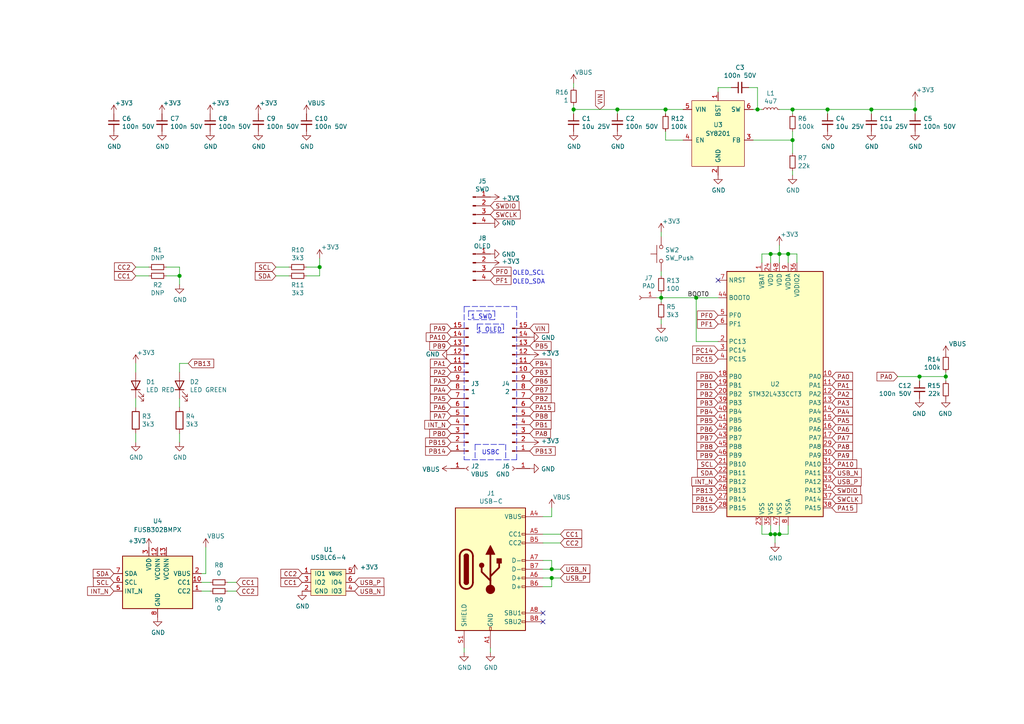
<source format=kicad_sch>
(kicad_sch (version 20201015) (generator eeschema)
  (paper "A4")
  (title_block (title "FoxPill") (date "2021-06-13") (rev "1.3+OLED"))
  (lib_symbols
    (symbol "Connector:Conn_01x01_Female" (pin_names (offset 1.016) hide)
      (property "Reference" "J" (at 0 2.54 0))
      (property "Value" "Conn_01x01_Female" (at 0 -2.54 0))
      (symbol "Conn_01x01_Female_1_1"
        (pin passive line (at -5.08 0 0) (length 3.81) (name "Pin_1") (number "1"))
      )
    )
    (symbol "Connector:Conn_01x04_Male" (pin_names (offset 1.016) hide)
      (property "Reference" "J" (at 0 5.08 0))
      (property "Value" "Conn_01x04_Male" (at 0 -7.62 0))
      (symbol "Conn_01x04_Male_1_1"
        (pin passive line (at 5.08 2.54 180) (length 3.81) (name "Pin_1") (number "1"))
        (pin passive line (at 5.08 0 180) (length 3.81) (name "Pin_2") (number "2"))
        (pin passive line (at 5.08 -2.54 180) (length 3.81) (name "Pin_3") (number "3"))
        (pin passive line (at 5.08 -5.08 180) (length 3.81) (name "Pin_4") (number "4"))
      )
    )
    (symbol "Connector:Conn_01x15_Male" (pin_names (offset 1.016) hide)
      (property "Reference" "J" (at 0 20.32 0))
      (property "Value" "Conn_01x15_Male" (at 0 -20.32 0))
      (symbol "Conn_01x15_Male_1_1"
        (pin passive line (at 5.08 17.78 180) (length 3.81) (name "Pin_1") (number "1"))
        (pin passive line (at 5.08 -5.08 180) (length 3.81) (name "Pin_10") (number "10"))
        (pin passive line (at 5.08 -7.62 180) (length 3.81) (name "Pin_11") (number "11"))
        (pin passive line (at 5.08 -10.16 180) (length 3.81) (name "Pin_12") (number "12"))
        (pin passive line (at 5.08 -12.7 180) (length 3.81) (name "Pin_13") (number "13"))
        (pin passive line (at 5.08 -15.24 180) (length 3.81) (name "Pin_14") (number "14"))
        (pin passive line (at 5.08 -17.78 180) (length 3.81) (name "Pin_15") (number "15"))
        (pin passive line (at 5.08 15.24 180) (length 3.81) (name "Pin_2") (number "2"))
        (pin passive line (at 5.08 12.7 180) (length 3.81) (name "Pin_3") (number "3"))
        (pin passive line (at 5.08 10.16 180) (length 3.81) (name "Pin_4") (number "4"))
        (pin passive line (at 5.08 7.62 180) (length 3.81) (name "Pin_5") (number "5"))
        (pin passive line (at 5.08 5.08 180) (length 3.81) (name "Pin_6") (number "6"))
        (pin passive line (at 5.08 2.54 180) (length 3.81) (name "Pin_7") (number "7"))
        (pin passive line (at 5.08 0 180) (length 3.81) (name "Pin_8") (number "8"))
        (pin passive line (at 5.08 -2.54 180) (length 3.81) (name "Pin_9") (number "9"))
      )
    )
    (symbol "Device:C_Small" (pin_numbers hide) (pin_names (offset 0.254) hide)
      (property "Reference" "C" (at 0.254 1.778 0))
      (property "Value" "C_Small" (at 0.254 -2.032 0))
      (symbol "C_Small_1_1"
        (pin passive line (at 0 2.54 270) (length 2.032) (name "~") (number "1"))
        (pin passive line (at 0 -2.54 90) (length 2.032) (name "~") (number "2"))
      )
    )
    (symbol "Device:LED" (pin_numbers hide) (pin_names (offset 1.016) hide)
      (property "Reference" "D" (at 0 2.54 0))
      (property "Value" "LED" (at 0 -2.54 0))
      (symbol "LED_1_1"
        (pin passive line (at -3.81 0 0) (length 2.54) (name "K") (number "1"))
        (pin passive line (at 3.81 0 180) (length 2.54) (name "A") (number "2"))
      )
    )
    (symbol "Device:L_Small" (pin_numbers hide) (pin_names (offset 0.254) hide)
      (property "Reference" "L" (at 0.762 1.016 0))
      (property "Value" "L_Small" (at 0.762 -1.016 0))
      (symbol "L_Small_1_1"
        (pin passive line (at 0 2.54 270) (length 0.508) (name "~") (number "1"))
        (pin passive line (at 0 -2.54 90) (length 0.508) (name "~") (number "2"))
      )
    )
    (symbol "Device:R" (pin_numbers hide) (pin_names (offset 0))
      (property "Reference" "R" (at 2.032 0 90))
      (property "Value" "R" (at 0 0 90))
      (symbol "R_1_1"
        (pin passive line (at 0 3.81 270) (length 1.27) (name "~") (number "1"))
        (pin passive line (at 0 -3.81 90) (length 1.27) (name "~") (number "2"))
      )
    )
    (symbol "Device:R_Small" (pin_numbers hide) (pin_names (offset 0.254) hide)
      (property "Reference" "R" (at 0.762 0.508 0))
      (property "Value" "R_Small" (at 0.762 -1.016 0))
      (symbol "R_Small_1_1"
        (pin passive line (at 0 2.54 270) (length 0.762) (name "~") (number "1"))
        (pin passive line (at 0 -2.54 90) (length 0.762) (name "~") (number "2"))
      )
    )
    (symbol "Interface_USB:FUSB302BMPX"
      (property "Reference" "U" (at -10.16 8.89 0))
      (property "Value" "FUSB302BMPX" (at 3.81 8.89 0))
      (symbol "FUSB302BMPX_1_1"
        (pin bidirectional line (at 12.7 -2.54 180) (length 2.54) (name "CC2") (number "1"))
        (pin bidirectional line (at 12.7 0 180) (length 2.54) (name "CC1") (number "10"))
        (pin bidirectional line (at 12.7 0 180) (length 2.54) hide (name "CC1") (number "11"))
        (pin power_in line (at 0 10.16 270) (length 2.54) (name "VCONN") (number "12"))
        (pin power_in line (at 2.54 10.16 270) (length 2.54) (name "VCONN") (number "13"))
        (pin bidirectional line (at 12.7 -2.54 180) (length 2.54) hide (name "CC2") (number "14"))
        (pin passive line (at 0 -10.16 90) (length 2.54) hide (name "GND") (number "15"))
        (pin input line (at 12.7 2.54 180) (length 2.54) (name "VBUS") (number "2"))
        (pin power_in line (at -2.54 10.16 270) (length 2.54) (name "VDD") (number "3"))
        (pin passive line (at -2.54 10.16 270) (length 2.54) hide (name "VDD") (number "4"))
        (pin open_collector line (at -12.7 -2.54 0) (length 2.54) (name "INT_N") (number "5"))
        (pin input line (at -12.7 0 0) (length 2.54) (name "SCL") (number "6"))
        (pin bidirectional line (at -12.7 2.54 0) (length 2.54) (name "SDA") (number "7"))
        (pin power_in line (at 0 -10.16 90) (length 2.54) (name "GND") (number "8"))
        (pin passive line (at 0 -10.16 90) (length 2.54) hide (name "GND") (number "9"))
      )
    )
    (symbol "MCU_ST_STM32F0:STM32F072C8Tx"
      (property "Reference" "U" (at -15.24 36.83 0))
      (property "Value" "STM32F072C8Tx" (at 7.62 36.83 0))
      (symbol "STM32F072C8Tx_1_1"
        (pin power_in line (at -5.08 38.1 270) (length 2.54) (name "VBAT") (number "1"))
        (pin bidirectional line (at 15.24 5.08 180) (length 2.54) (name "PA0") (number "10"))
        (pin bidirectional line (at 15.24 2.54 180) (length 2.54) (name "PA1") (number "11"))
        (pin bidirectional line (at 15.24 0 180) (length 2.54) (name "PA2") (number "12"))
        (pin bidirectional line (at 15.24 -2.54 180) (length 2.54) (name "PA3") (number "13"))
        (pin bidirectional line (at 15.24 -5.08 180) (length 2.54) (name "PA4") (number "14"))
        (pin bidirectional line (at 15.24 -7.62 180) (length 2.54) (name "PA5") (number "15"))
        (pin bidirectional line (at 15.24 -10.16 180) (length 2.54) (name "PA6") (number "16"))
        (pin bidirectional line (at 15.24 -12.7 180) (length 2.54) (name "PA7") (number "17"))
        (pin bidirectional line (at -17.78 5.08 0) (length 2.54) (name "PB0") (number "18"))
        (pin bidirectional line (at -17.78 2.54 0) (length 2.54) (name "PB1") (number "19"))
        (pin bidirectional line (at -17.78 15.24 0) (length 2.54) (name "PC13") (number "2"))
        (pin bidirectional line (at -17.78 0 0) (length 2.54) (name "PB2") (number "20"))
        (pin bidirectional line (at -17.78 -20.32 0) (length 2.54) (name "PB10") (number "21"))
        (pin bidirectional line (at -17.78 -22.86 0) (length 2.54) (name "PB11") (number "22"))
        (pin power_in line (at -5.08 -38.1 90) (length 2.54) (name "VSS") (number "23"))
        (pin power_in line (at -2.54 38.1 270) (length 2.54) (name "VDD") (number "24"))
        (pin bidirectional line (at -17.78 -25.4 0) (length 2.54) (name "PB12") (number "25"))
        (pin bidirectional line (at -17.78 -27.94 0) (length 2.54) (name "PB13") (number "26"))
        (pin bidirectional line (at -17.78 -30.48 0) (length 2.54) (name "PB14") (number "27"))
        (pin bidirectional line (at -17.78 -33.02 0) (length 2.54) (name "PB15") (number "28"))
        (pin bidirectional line (at 15.24 -15.24 180) (length 2.54) (name "PA8") (number "29"))
        (pin bidirectional line (at -17.78 12.7 0) (length 2.54) (name "PC14") (number "3"))
        (pin bidirectional line (at 15.24 -17.78 180) (length 2.54) (name "PA9") (number "30"))
        (pin bidirectional line (at 15.24 -20.32 180) (length 2.54) (name "PA10") (number "31"))
        (pin bidirectional line (at 15.24 -22.86 180) (length 2.54) (name "PA11") (number "32"))
        (pin bidirectional line (at 15.24 -25.4 180) (length 2.54) (name "PA12") (number "33"))
        (pin bidirectional line (at 15.24 -27.94 180) (length 2.54) (name "PA13") (number "34"))
        (pin power_in line (at -2.54 -38.1 90) (length 2.54) (name "VSS") (number "35"))
        (pin power_in line (at 5.08 38.1 270) (length 2.54) (name "VDDIO2") (number "36"))
        (pin bidirectional line (at 15.24 -30.48 180) (length 2.54) (name "PA14") (number "37"))
        (pin bidirectional line (at 15.24 -33.02 180) (length 2.54) (name "PA15") (number "38"))
        (pin bidirectional line (at -17.78 -2.54 0) (length 2.54) (name "PB3") (number "39"))
        (pin bidirectional line (at -17.78 10.16 0) (length 2.54) (name "PC15") (number "4"))
        (pin bidirectional line (at -17.78 -5.08 0) (length 2.54) (name "PB4") (number "40"))
        (pin bidirectional line (at -17.78 -7.62 0) (length 2.54) (name "PB5") (number "41"))
        (pin bidirectional line (at -17.78 -10.16 0) (length 2.54) (name "PB6") (number "42"))
        (pin bidirectional line (at -17.78 -12.7 0) (length 2.54) (name "PB7") (number "43"))
        (pin input line (at -17.78 27.94 0) (length 2.54) (name "BOOT0") (number "44"))
        (pin bidirectional line (at -17.78 -15.24 0) (length 2.54) (name "PB8") (number "45"))
        (pin bidirectional line (at -17.78 -17.78 0) (length 2.54) (name "PB9") (number "46"))
        (pin power_in line (at 0 -38.1 90) (length 2.54) (name "VSS") (number "47"))
        (pin power_in line (at 0 38.1 270) (length 2.54) (name "VDD") (number "48"))
        (pin input line (at -17.78 22.86 0) (length 2.54) (name "PF0") (number "5"))
        (pin input line (at -17.78 20.32 0) (length 2.54) (name "PF1") (number "6"))
        (pin input line (at -17.78 33.02 0) (length 2.54) (name "NRST") (number "7"))
        (pin power_in line (at 2.54 -38.1 90) (length 2.54) (name "VSSA") (number "8"))
        (pin power_in line (at 2.54 38.1 270) (length 2.54) (name "VDDA") (number "9"))
      )
    )
    (symbol "OtterPill-rescue:JW5026-otter" (pin_names (offset 1.016))
      (property "Reference" "U" (at 3.81 11.43 0))
      (property "Value" "JW5026-otter" (at 3.81 15.24 0))
      (symbol "JW5026-otter_1_1"
        (pin input line (at 0 11.43 270) (length 2.54) (name "BST") (number "1"))
        (pin input line (at 0 -12.7 90) (length 2.54) (name "GND") (number "2"))
        (pin input line (at 10.16 -2.54 180) (length 2.54) (name "FB") (number "3"))
        (pin input line (at -10.16 -2.54 0) (length 2.54) (name "EN") (number "4"))
        (pin input line (at -10.16 6.35 0) (length 2.54) (name "VIN") (number "5"))
        (pin input line (at 10.16 6.35 180) (length 2.54) (name "SW") (number "6"))
      )
    )
    (symbol "OtterPill-rescue:USB_C_Receptacle_USB2.0-Connector" (pin_names (offset 1.016))
      (property "Reference" "J" (at -10.16 19.05 0))
      (property "Value" "USB_C_Receptacle_USB2.0-Connector" (at 19.05 19.05 0))
      (symbol "USB_C_Receptacle_USB2.0-Connector_1_1"
        (pin power_in line (at 0 -22.86 90) (length 5.08) (name "GND") (number "A1"))
        (pin passive line (at 0 -22.86 90) (length 5.08) hide (name "GND") (number "A12"))
        (pin power_in line (at 15.24 15.24 180) (length 5.08) (name "VBUS") (number "A4"))
        (pin bidirectional line (at 15.24 10.16 180) (length 5.08) (name "CC1") (number "A5"))
        (pin bidirectional line (at 15.24 -2.54 180) (length 5.08) (name "D+") (number "A6"))
        (pin bidirectional line (at 15.24 2.54 180) (length 5.08) (name "D-") (number "A7"))
        (pin bidirectional line (at 15.24 -12.7 180) (length 5.08) (name "SBU1") (number "A8"))
        (pin passive line (at 15.24 15.24 180) (length 5.08) hide (name "VBUS") (number "A9"))
        (pin passive line (at 0 -22.86 90) (length 5.08) hide (name "GND") (number "B1"))
        (pin passive line (at 0 -22.86 90) (length 5.08) hide (name "GND") (number "B12"))
        (pin passive line (at 15.24 15.24 180) (length 5.08) hide (name "VBUS") (number "B4"))
        (pin bidirectional line (at 15.24 7.62 180) (length 5.08) (name "CC2") (number "B5"))
        (pin bidirectional line (at 15.24 -5.08 180) (length 5.08) (name "D+") (number "B6"))
        (pin bidirectional line (at 15.24 0 180) (length 5.08) (name "D-") (number "B7"))
        (pin bidirectional line (at 15.24 -15.24 180) (length 5.08) (name "SBU2") (number "B8"))
        (pin passive line (at 15.24 15.24 180) (length 5.08) hide (name "VBUS") (number "B9"))
        (pin passive line (at -7.62 -22.86 90) (length 5.08) (name "SHIELD") (number "S1"))
      )
    )
    (symbol "OtterPill-rescue:otter_USBLC6-4-otter" (pin_names (offset 1.016))
      (property "Reference" "U" (at 0 7.62 0))
      (property "Value" "otter_USBLC6-4-otter" (at 0 5.08 0))
      (symbol "otter_USBLC6-4-otter_1_1"
        (pin input line (at -7.62 2.54 0) (length 2.54) (name "IO1") (number "1"))
        (pin input line (at -7.62 -2.54 0) (length 2.54) (name "GND") (number "2"))
        (pin input line (at -7.62 0 0) (length 2.54) (name "IO2") (number "3"))
        (pin input line (at 7.62 -2.54 180) (length 2.54) (name "IO3") (number "4"))
        (pin input line (at 7.62 2.54 180) (length 2.54) (name "VBUS") (number "5"))
        (pin input line (at 7.62 0 180) (length 2.54) (name "IO4") (number "6"))
      )
    )
    (symbol "Switch:SW_Push" (pin_numbers hide) (pin_names (offset 1.016) hide)
      (property "Reference" "SW" (at 1.27 2.54 0))
      (property "Value" "SW_Push" (at 0 -1.524 0))
      (symbol "SW_Push_0_1"
        (pin passive line (at -5.08 0 0) (length 2.54) (name "1") (number "1"))
        (pin passive line (at 5.08 0 180) (length 2.54) (name "2") (number "2"))
      )
    )
    (symbol "power:+3.3V" (power) (pin_names (offset 0))
      (property "Value" "+3.3V" (at 0 3.556 0))
      (symbol "+3.3V_1_1"
        (pin power_in line (at 0 0 90) (length 0) hide (name "+3V3") (number "1"))
      )
    )
    (symbol "power:+3V3" (power) (pin_names (offset 0))
      (property "Value" "+3V3" (at 0 3.556 0))
      (symbol "+3V3_1_1"
        (pin power_in line (at 0 0 90) (length 0) hide (name "+3V3") (number "1"))
      )
    )
    (symbol "power:GND" (power) (pin_names (offset 0))
      (property "Value" "GND" (at 0 -3.81 0))
      (symbol "GND_1_1"
        (pin power_in line (at 0 0 270) (length 0) hide (name "GND") (number "1"))
      )
    )
    (symbol "power:VBUS" (power) (pin_names (offset 0))
      (property "Value" "VBUS" (at 0 3.81 0))
      (symbol "VBUS_1_1"
        (pin power_in line (at 0 0 90) (length 0) hide (name "VBUS") (number "1"))
      )
    )
  )
  (junction (at 52.07 80.01) (diameter 1.016))
  (junction (at 92.71 77.47) (diameter 1.016))
  (junction (at 160.02 165.1) (diameter 1.016))
  (junction (at 160.02 167.64) (diameter 1.016))
  (junction (at 166.37 31.75) (diameter 1.016))
  (junction (at 179.07 31.75) (diameter 1.016))
  (junction (at 191.77 86.36) (diameter 1.016))
  (junction (at 193.04 31.75) (diameter 1.016))
  (junction (at 201.93 86.36) (diameter 1.016))
  (junction (at 219.71 31.75) (diameter 1.016))
  (junction (at 223.52 73.66) (diameter 1.016))
  (junction (at 223.52 154.94) (diameter 1.016))
  (junction (at 224.79 154.94) (diameter 1.016))
  (junction (at 226.06 73.66) (diameter 1.016))
  (junction (at 226.06 154.94) (diameter 1.016))
  (junction (at 228.6 73.66) (diameter 1.016))
  (junction (at 229.87 31.75) (diameter 1.016))
  (junction (at 229.87 40.64) (diameter 1.016))
  (junction (at 240.03 31.75) (diameter 1.016))
  (junction (at 252.73 31.75) (diameter 1.016))
  (junction (at 265.43 31.75) (diameter 1.016))
  (junction (at 266.7 109.22) (diameter 1.016))
  (junction (at 274.32 109.22) (diameter 1.016))
  (no_connect (at 157.48 177.8))
  (no_connect (at 208.28 81.28))
  (no_connect (at 157.48 180.34))
  (wire (pts (xy 39.37 77.47) (xy 43.18 77.47)))
  (wire (pts (xy 39.37 105.41) (xy 39.37 107.95)))
  (wire (pts (xy 39.37 118.11) (xy 39.37 115.57)))
  (wire (pts (xy 39.37 128.27) (xy 39.37 125.73)))
  (wire (pts (xy 43.18 80.01) (xy 39.37 80.01)))
  (wire (pts (xy 52.07 77.47) (xy 48.26 77.47)))
  (wire (pts (xy 52.07 77.47) (xy 52.07 80.01)))
  (wire (pts (xy 52.07 80.01) (xy 48.26 80.01)))
  (wire (pts (xy 52.07 82.55) (xy 52.07 80.01)))
  (wire (pts (xy 52.07 105.41) (xy 52.07 107.95)))
  (wire (pts (xy 52.07 118.11) (xy 52.07 115.57)))
  (wire (pts (xy 52.07 128.27) (xy 52.07 125.73)))
  (wire (pts (xy 54.61 105.41) (xy 52.07 105.41)))
  (wire (pts (xy 59.69 158.75) (xy 59.69 166.37)))
  (wire (pts (xy 59.69 166.37) (xy 58.42 166.37)))
  (wire (pts (xy 60.96 168.91) (xy 58.42 168.91)))
  (wire (pts (xy 60.96 171.45) (xy 58.42 171.45)))
  (wire (pts (xy 66.04 168.91) (xy 68.58 168.91)))
  (wire (pts (xy 66.04 171.45) (xy 68.58 171.45)))
  (wire (pts (xy 80.01 77.47) (xy 83.82 77.47)))
  (wire (pts (xy 83.82 80.01) (xy 80.01 80.01)))
  (wire (pts (xy 88.9 77.47) (xy 92.71 77.47)))
  (wire (pts (xy 92.71 77.47) (xy 92.71 74.93)))
  (wire (pts (xy 92.71 77.47) (xy 92.71 80.01)))
  (wire (pts (xy 92.71 80.01) (xy 88.9 80.01)))
  (wire (pts (xy 134.62 189.23) (xy 134.62 187.96)))
  (wire (pts (xy 142.24 189.23) (xy 142.24 187.96)))
  (wire (pts (xy 157.48 154.94) (xy 162.56 154.94)))
  (wire (pts (xy 157.48 157.48) (xy 162.56 157.48)))
  (wire (pts (xy 157.48 162.56) (xy 160.02 162.56)))
  (wire (pts (xy 157.48 167.64) (xy 160.02 167.64)))
  (wire (pts (xy 160.02 147.32) (xy 160.02 149.86)))
  (wire (pts (xy 160.02 149.86) (xy 157.48 149.86)))
  (wire (pts (xy 160.02 165.1) (xy 157.48 165.1)))
  (wire (pts (xy 160.02 165.1) (xy 160.02 162.56)))
  (wire (pts (xy 160.02 167.64) (xy 162.56 167.64)))
  (wire (pts (xy 160.02 170.18) (xy 157.48 170.18)))
  (wire (pts (xy 160.02 170.18) (xy 160.02 167.64)))
  (wire (pts (xy 162.56 165.1) (xy 160.02 165.1)))
  (wire (pts (xy 166.37 24.13) (xy 166.37 25.4)))
  (wire (pts (xy 166.37 31.75) (xy 166.37 30.48)))
  (wire (pts (xy 166.37 31.75) (xy 179.07 31.75)))
  (wire (pts (xy 166.37 33.02) (xy 166.37 31.75)))
  (wire (pts (xy 179.07 31.75) (xy 193.04 31.75)))
  (wire (pts (xy 179.07 33.02) (xy 179.07 31.75)))
  (wire (pts (xy 190.5 86.36) (xy 191.77 86.36)))
  (wire (pts (xy 191.77 67.31) (xy 191.77 68.58)))
  (wire (pts (xy 191.77 78.74) (xy 191.77 80.01)))
  (wire (pts (xy 191.77 85.09) (xy 191.77 86.36)))
  (wire (pts (xy 191.77 87.63) (xy 191.77 86.36)))
  (wire (pts (xy 191.77 93.98) (xy 191.77 92.71)))
  (wire (pts (xy 193.04 31.75) (xy 193.04 33.02)))
  (wire (pts (xy 193.04 31.75) (xy 198.12 31.75)))
  (wire (pts (xy 193.04 40.64) (xy 193.04 38.1)))
  (wire (pts (xy 198.12 40.64) (xy 193.04 40.64)))
  (wire (pts (xy 201.93 86.36) (xy 191.77 86.36)))
  (wire (pts (xy 201.93 99.06) (xy 201.93 86.36)))
  (wire (pts (xy 208.28 25.4) (xy 208.28 26.67)))
  (wire (pts (xy 208.28 86.36) (xy 201.93 86.36)))
  (wire (pts (xy 208.28 99.06) (xy 201.93 99.06)))
  (wire (pts (xy 212.09 25.4) (xy 208.28 25.4)))
  (wire (pts (xy 218.44 31.75) (xy 219.71 31.75)))
  (wire (pts (xy 218.44 40.64) (xy 229.87 40.64)))
  (wire (pts (xy 219.71 25.4) (xy 217.17 25.4)))
  (wire (pts (xy 219.71 31.75) (xy 219.71 25.4)))
  (wire (pts (xy 219.71 31.75) (xy 220.98 31.75)))
  (wire (pts (xy 220.98 73.66) (xy 220.98 76.2)))
  (wire (pts (xy 220.98 154.94) (xy 220.98 152.4)))
  (wire (pts (xy 223.52 73.66) (xy 220.98 73.66)))
  (wire (pts (xy 223.52 73.66) (xy 223.52 76.2)))
  (wire (pts (xy 223.52 154.94) (xy 220.98 154.94)))
  (wire (pts (xy 223.52 154.94) (xy 223.52 152.4)))
  (wire (pts (xy 224.79 154.94) (xy 223.52 154.94)))
  (wire (pts (xy 224.79 157.48) (xy 224.79 154.94)))
  (wire (pts (xy 226.06 31.75) (xy 229.87 31.75)))
  (wire (pts (xy 226.06 71.12) (xy 226.06 73.66)))
  (wire (pts (xy 226.06 73.66) (xy 223.52 73.66)))
  (wire (pts (xy 226.06 73.66) (xy 226.06 76.2)))
  (wire (pts (xy 226.06 154.94) (xy 224.79 154.94)))
  (wire (pts (xy 226.06 154.94) (xy 226.06 152.4)))
  (wire (pts (xy 228.6 73.66) (xy 226.06 73.66)))
  (wire (pts (xy 228.6 73.66) (xy 228.6 76.2)))
  (wire (pts (xy 228.6 154.94) (xy 226.06 154.94)))
  (wire (pts (xy 228.6 154.94) (xy 228.6 152.4)))
  (wire (pts (xy 229.87 31.75) (xy 229.87 33.02)))
  (wire (pts (xy 229.87 31.75) (xy 240.03 31.75)))
  (wire (pts (xy 229.87 40.64) (xy 229.87 38.1)))
  (wire (pts (xy 229.87 44.45) (xy 229.87 40.64)))
  (wire (pts (xy 229.87 50.8) (xy 229.87 49.53)))
  (wire (pts (xy 231.14 73.66) (xy 228.6 73.66)))
  (wire (pts (xy 231.14 73.66) (xy 231.14 76.2)))
  (wire (pts (xy 240.03 31.75) (xy 252.73 31.75)))
  (wire (pts (xy 240.03 33.02) (xy 240.03 31.75)))
  (wire (pts (xy 252.73 31.75) (xy 265.43 31.75)))
  (wire (pts (xy 252.73 33.02) (xy 252.73 31.75)))
  (wire (pts (xy 260.35 109.22) (xy 266.7 109.22)))
  (wire (pts (xy 265.43 29.21) (xy 265.43 31.75)))
  (wire (pts (xy 265.43 33.02) (xy 265.43 31.75)))
  (wire (pts (xy 266.7 109.22) (xy 266.7 110.49)))
  (wire (pts (xy 266.7 109.22) (xy 274.32 109.22)))
  (wire (pts (xy 274.32 109.22) (xy 274.32 107.95)))
  (wire (pts (xy 274.32 109.22) (xy 274.32 110.49)))
  (polyline (pts (xy 134.62 88.9) (xy 134.62 133.35)) (stroke (width 0) (type dash)))
  (polyline (pts (xy 134.62 88.9) (xy 149.86 88.9)) (stroke (width 0) (type dash)))
  (polyline (pts (xy 134.62 133.35) (xy 149.86 133.35)) (stroke (width 0) (type dash)))
  (polyline (pts (xy 135.89 90.17) (xy 135.89 92.71)) (stroke (width 0) (type dash)))
  (polyline (pts (xy 135.89 90.17) (xy 143.51 90.17)) (stroke (width 0) (type dash)))
  (polyline (pts (xy 137.795 128.905) (xy 137.795 133.35)) (stroke (width 0) (type dash)))
  (polyline (pts (xy 137.795 128.905) (xy 146.685 128.905)) (stroke (width 0) (type dash)))
  (polyline (pts (xy 138.43 93.98) (xy 138.43 96.52)) (stroke (width 0) (type dash)))
  (polyline (pts (xy 138.43 93.98) (xy 146.05 93.98)) (stroke (width 0) (type dash)))
  (polyline (pts (xy 143.51 90.17) (xy 143.51 92.71)) (stroke (width 0) (type dash)))
  (polyline (pts (xy 143.51 92.71) (xy 135.89 92.71)) (stroke (width 0) (type dash)))
  (polyline (pts (xy 146.05 93.98) (xy 146.05 96.52)) (stroke (width 0) (type dash)))
  (polyline (pts (xy 146.05 96.52) (xy 138.43 96.52)) (stroke (width 0) (type dash)))
  (polyline (pts (xy 146.685 128.905) (xy 146.685 133.35)) (stroke (width 0) (type dash)))
  (polyline (pts (xy 149.86 133.35) (xy 149.86 88.9)) (stroke (width 0) (type dash)))
  (text "1 SWD" (at 136.525 92.71 0) (effects (font (size 1.27 1.27)) (justify left bottom)))
  (text "1 OLED" (at 138.43 96.52 0) (effects (font (size 1.27 1.27)) (justify left bottom)))
  (text "USBC" (at 139.7 132.08 0) (effects (font (size 1.27 1.27)) (justify left bottom)))
  (text "OLED_SCL" (at 148.59 80.01 0) (effects (font (size 1.27 1.27)) (justify left bottom)))
  (text "OLED_SDA" (at 148.59 82.55 0) (effects (font (size 1.27 1.27)) (justify left bottom)))
  (label "BOOT0" (at 199.39 86.36 0))
  (global_label "SDA" (shape input) (at 33.02 166.37 180) (property "Intersheet References" "${INTERSHEET_REFS}" (effects hide)))
  (global_label "SCL" (shape input) (at 33.02 168.91 180) (property "Intersheet References" "${INTERSHEET_REFS}" (effects hide)))
  (global_label "INT_N" (shape input) (at 33.02 171.45 180) (property "Intersheet References" "${INTERSHEET_REFS}" (effects hide)))
  (global_label "CC2" (shape input) (at 39.37 77.47 180) (property "Intersheet References" "${INTERSHEET_REFS}" (effects hide)))
  (global_label "CC1" (shape input) (at 39.37 80.01 180) (property "Intersheet References" "${INTERSHEET_REFS}" (effects hide)))
  (global_label "PB13" (shape input) (at 54.61 105.41 0) (property "Intersheet References" "${INTERSHEET_REFS}" (effects hide)))
  (global_label "CC1" (shape input) (at 68.58 168.91 0) (property "Intersheet References" "${INTERSHEET_REFS}" (effects hide)))
  (global_label "CC2" (shape input) (at 68.58 171.45 0) (property "Intersheet References" "${INTERSHEET_REFS}" (effects hide)))
  (global_label "SCL" (shape input) (at 80.01 77.47 180) (property "Intersheet References" "${INTERSHEET_REFS}" (effects hide)))
  (global_label "SDA" (shape input) (at 80.01 80.01 180) (property "Intersheet References" "${INTERSHEET_REFS}" (effects hide)))
  (global_label "CC2" (shape input) (at 87.63 166.37 180) (property "Intersheet References" "${INTERSHEET_REFS}" (effects hide)))
  (global_label "CC1" (shape input) (at 87.63 168.91 180) (property "Intersheet References" "${INTERSHEET_REFS}" (effects hide)))
  (global_label "USB_P" (shape input) (at 102.87 168.91 0) (property "Intersheet References" "${INTERSHEET_REFS}" (effects hide)))
  (global_label "USB_N" (shape input) (at 102.87 171.45 0) (property "Intersheet References" "${INTERSHEET_REFS}" (effects hide)))
  (global_label "PA9" (shape input) (at 130.81 95.25 180) (property "Intersheet References" "${INTERSHEET_REFS}" (effects hide)))
  (global_label "PA10" (shape input) (at 130.81 97.79 180) (property "Intersheet References" "${INTERSHEET_REFS}" (effects hide)))
  (global_label "PB9" (shape input) (at 130.81 100.33 180) (property "Intersheet References" "${INTERSHEET_REFS}" (effects hide)))
  (global_label "PA1" (shape input) (at 130.81 105.41 180) (property "Intersheet References" "${INTERSHEET_REFS}" (effects hide)))
  (global_label "PA2" (shape input) (at 130.81 107.95 180) (property "Intersheet References" "${INTERSHEET_REFS}" (effects hide)))
  (global_label "PA3" (shape input) (at 130.81 110.49 180) (property "Intersheet References" "${INTERSHEET_REFS}" (effects hide)))
  (global_label "PA4" (shape input) (at 130.81 113.03 180) (property "Intersheet References" "${INTERSHEET_REFS}" (effects hide)))
  (global_label "PA5" (shape input) (at 130.81 115.57 180) (property "Intersheet References" "${INTERSHEET_REFS}" (effects hide)))
  (global_label "PA6" (shape input) (at 130.81 118.11 180) (property "Intersheet References" "${INTERSHEET_REFS}" (effects hide)))
  (global_label "PA7" (shape input) (at 130.81 120.65 180) (property "Intersheet References" "${INTERSHEET_REFS}" (effects hide)))
  (global_label "INT_N" (shape input) (at 130.81 123.19 180) (property "Intersheet References" "${INTERSHEET_REFS}" (effects hide)))
  (global_label "PB0" (shape input) (at 130.81 125.73 180) (property "Intersheet References" "${INTERSHEET_REFS}" (effects hide)))
  (global_label "PB15" (shape input) (at 130.81 128.27 180) (property "Intersheet References" "${INTERSHEET_REFS}" (effects hide)))
  (global_label "PB14" (shape input) (at 130.81 130.81 180) (property "Intersheet References" "${INTERSHEET_REFS}" (effects hide)))
  (global_label "SWDIO" (shape input) (at 142.24 59.69 0) (property "Intersheet References" "${INTERSHEET_REFS}" (effects hide)))
  (global_label "SWCLK" (shape input) (at 142.24 62.23 0) (property "Intersheet References" "${INTERSHEET_REFS}" (effects hide)))
  (global_label "PF0" (shape input) (at 142.24 78.74 0) (property "Intersheet References" "${INTERSHEET_REFS}" (effects hide)))
  (global_label "PF1" (shape input) (at 142.24 81.28 0) (property "Intersheet References" "${INTERSHEET_REFS}" (effects hide)))
  (global_label "VIN" (shape input) (at 153.67 95.25 0) (property "Intersheet References" "${INTERSHEET_REFS}" (effects hide)))
  (global_label "PB5" (shape input) (at 153.67 100.33 0) (property "Intersheet References" "${INTERSHEET_REFS}" (effects hide)))
  (global_label "PB4" (shape input) (at 153.67 105.41 0) (property "Intersheet References" "${INTERSHEET_REFS}" (effects hide)))
  (global_label "PB3" (shape input) (at 153.67 107.95 0) (property "Intersheet References" "${INTERSHEET_REFS}" (effects hide)))
  (global_label "PB6" (shape input) (at 153.67 110.49 0) (property "Intersheet References" "${INTERSHEET_REFS}" (effects hide)))
  (global_label "PB7" (shape input) (at 153.67 113.03 0) (property "Intersheet References" "${INTERSHEET_REFS}" (effects hide)))
  (global_label "PB2" (shape input) (at 153.67 115.57 0) (property "Intersheet References" "${INTERSHEET_REFS}" (effects hide)))
  (global_label "PA15" (shape input) (at 153.67 118.11 0) (property "Intersheet References" "${INTERSHEET_REFS}" (effects hide)))
  (global_label "PB8" (shape input) (at 153.67 120.65 0) (property "Intersheet References" "${INTERSHEET_REFS}" (effects hide)))
  (global_label "PB1" (shape input) (at 153.67 123.19 0) (property "Intersheet References" "${INTERSHEET_REFS}" (effects hide)))
  (global_label "PA8" (shape input) (at 153.67 125.73 0) (property "Intersheet References" "${INTERSHEET_REFS}" (effects hide)))
  (global_label "PB13" (shape input) (at 153.67 130.81 0) (property "Intersheet References" "${INTERSHEET_REFS}" (effects hide)))
  (global_label "CC1" (shape input) (at 162.56 154.94 0) (property "Intersheet References" "${INTERSHEET_REFS}" (effects hide)))
  (global_label "CC2" (shape input) (at 162.56 157.48 0) (property "Intersheet References" "${INTERSHEET_REFS}" (effects hide)))
  (global_label "USB_N" (shape input) (at 162.56 165.1 0) (property "Intersheet References" "${INTERSHEET_REFS}" (effects hide)))
  (global_label "USB_P" (shape input) (at 162.56 167.64 0) (property "Intersheet References" "${INTERSHEET_REFS}" (effects hide)))
  (global_label "VIN" (shape input) (at 173.99 31.75 90) (property "Intersheet References" "${INTERSHEET_REFS}" (effects hide)))
  (global_label "PF0" (shape input) (at 208.28 91.44 180) (property "Intersheet References" "${INTERSHEET_REFS}" (effects hide)))
  (global_label "PF1" (shape input) (at 208.28 93.98 180) (property "Intersheet References" "${INTERSHEET_REFS}" (effects hide)))
  (global_label "PC14" (shape input) (at 208.28 101.6 180) (property "Intersheet References" "${INTERSHEET_REFS}" (effects hide)))
  (global_label "PC15" (shape input) (at 208.28 104.14 180) (property "Intersheet References" "${INTERSHEET_REFS}" (effects hide)))
  (global_label "PB0" (shape input) (at 208.28 109.22 180) (property "Intersheet References" "${INTERSHEET_REFS}" (effects hide)))
  (global_label "PB1" (shape input) (at 208.28 111.76 180) (property "Intersheet References" "${INTERSHEET_REFS}" (effects hide)))
  (global_label "PB2" (shape input) (at 208.28 114.3 180) (property "Intersheet References" "${INTERSHEET_REFS}" (effects hide)))
  (global_label "PB3" (shape input) (at 208.28 116.84 180) (property "Intersheet References" "${INTERSHEET_REFS}" (effects hide)))
  (global_label "PB4" (shape input) (at 208.28 119.38 180) (property "Intersheet References" "${INTERSHEET_REFS}" (effects hide)))
  (global_label "PB5" (shape input) (at 208.28 121.92 180) (property "Intersheet References" "${INTERSHEET_REFS}" (effects hide)))
  (global_label "PB6" (shape input) (at 208.28 124.46 180) (property "Intersheet References" "${INTERSHEET_REFS}" (effects hide)))
  (global_label "PB7" (shape input) (at 208.28 127 180) (property "Intersheet References" "${INTERSHEET_REFS}" (effects hide)))
  (global_label "PB8" (shape input) (at 208.28 129.54 180) (property "Intersheet References" "${INTERSHEET_REFS}" (effects hide)))
  (global_label "PB9" (shape input) (at 208.28 132.08 180) (property "Intersheet References" "${INTERSHEET_REFS}" (effects hide)))
  (global_label "SCL" (shape input) (at 208.28 134.62 180) (property "Intersheet References" "${INTERSHEET_REFS}" (effects hide)))
  (global_label "SDA" (shape input) (at 208.28 137.16 180) (property "Intersheet References" "${INTERSHEET_REFS}" (effects hide)))
  (global_label "INT_N" (shape input) (at 208.28 139.7 180) (property "Intersheet References" "${INTERSHEET_REFS}" (effects hide)))
  (global_label "PB13" (shape input) (at 208.28 142.24 180) (property "Intersheet References" "${INTERSHEET_REFS}" (effects hide)))
  (global_label "PB14" (shape input) (at 208.28 144.78 180) (property "Intersheet References" "${INTERSHEET_REFS}" (effects hide)))
  (global_label "PB15" (shape input) (at 208.28 147.32 180) (property "Intersheet References" "${INTERSHEET_REFS}" (effects hide)))
  (global_label "PA0" (shape input) (at 241.3 109.22 0) (property "Intersheet References" "${INTERSHEET_REFS}" (effects hide)))
  (global_label "PA1" (shape input) (at 241.3 111.76 0) (property "Intersheet References" "${INTERSHEET_REFS}" (effects hide)))
  (global_label "PA2" (shape input) (at 241.3 114.3 0) (property "Intersheet References" "${INTERSHEET_REFS}" (effects hide)))
  (global_label "PA3" (shape input) (at 241.3 116.84 0) (property "Intersheet References" "${INTERSHEET_REFS}" (effects hide)))
  (global_label "PA4" (shape input) (at 241.3 119.38 0) (property "Intersheet References" "${INTERSHEET_REFS}" (effects hide)))
  (global_label "PA5" (shape input) (at 241.3 121.92 0) (property "Intersheet References" "${INTERSHEET_REFS}" (effects hide)))
  (global_label "PA6" (shape input) (at 241.3 124.46 0) (property "Intersheet References" "${INTERSHEET_REFS}" (effects hide)))
  (global_label "PA7" (shape input) (at 241.3 127 0) (property "Intersheet References" "${INTERSHEET_REFS}" (effects hide)))
  (global_label "PA8" (shape input) (at 241.3 129.54 0) (property "Intersheet References" "${INTERSHEET_REFS}" (effects hide)))
  (global_label "PA9" (shape input) (at 241.3 132.08 0) (property "Intersheet References" "${INTERSHEET_REFS}" (effects hide)))
  (global_label "PA10" (shape input) (at 241.3 134.62 0) (property "Intersheet References" "${INTERSHEET_REFS}" (effects hide)))
  (global_label "USB_N" (shape input) (at 241.3 137.16 0) (property "Intersheet References" "${INTERSHEET_REFS}" (effects hide)))
  (global_label "USB_P" (shape input) (at 241.3 139.7 0) (property "Intersheet References" "${INTERSHEET_REFS}" (effects hide)))
  (global_label "SWDIO" (shape input) (at 241.3 142.24 0) (property "Intersheet References" "${INTERSHEET_REFS}" (effects hide)))
  (global_label "SWCLK" (shape input) (at 241.3 144.78 0) (property "Intersheet References" "${INTERSHEET_REFS}" (effects hide)))
  (global_label "PA15" (shape input) (at 241.3 147.32 0) (property "Intersheet References" "${INTERSHEET_REFS}" (effects hide)))
  (global_label "PA0" (shape input) (at 260.35 109.22 180) (property "Intersheet References" "${INTERSHEET_REFS}" (effects hide)))
  (symbol (lib_id "Device:L_Small") (at 223.52 31.75 90) (unit 1)
    (property "Reference" "L1" (at 223.52 27.051 90))
    (property "Value" "4u7" (at 223.52 29.3624 90))
    (property "Footprint" "Inductor_SMD:L_1210_3225Metric" (effects hide))
    (property "LCSC" "C86070" (effects hide))
    (property "Mouser Part Number" "81-LQH32CN4R7M23L " (effects hide))
  )
  (symbol (lib_id "power:+3V3") (at 33.02 33.02 0) (unit 1)
    (property "Reference" "#PWR0135" (effects hide))
    (property "Value" "+3V3" (at 35.941 29.8958 0))
  )
  (symbol (lib_id "power:+3V3") (at 39.37 105.41 0) (unit 1)
    (property "Reference" "#PWR0115" (effects hide))
    (property "Value" "+3V3" (at 42.291 102.2858 0))
  )
  (symbol (lib_id "power:+3V3") (at 43.18 158.75 0) (unit 1)
    (property "Reference" "#PWR0133" (effects hide))
    (property "Value" "+3V3" (at 39.751 156.8958 0))
  )
  (symbol (lib_id "power:+3V3") (at 46.99 33.02 0) (unit 1)
    (property "Reference" "#PWR0137" (effects hide))
    (property "Value" "+3V3" (at 49.911 29.8958 0))
  )
  (symbol (lib_id "power:VBUS") (at 59.69 158.75 0) (unit 1)
    (property "Reference" "#PWR0134" (effects hide))
    (property "Value" "VBUS" (at 60.071 155.4988 0) (effects (justify left)))
  )
  (symbol (lib_id "power:+3V3") (at 60.96 33.02 0) (unit 1)
    (property "Reference" "#PWR0139" (effects hide))
    (property "Value" "+3V3" (at 63.881 29.8958 0))
  )
  (symbol (lib_id "power:+3V3") (at 74.93 33.02 0) (unit 1)
    (property "Reference" "#PWR0141" (effects hide))
    (property "Value" "+3V3" (at 77.851 29.8958 0))
  )
  (symbol (lib_id "power:VBUS") (at 88.9 33.02 0) (unit 1)
    (property "Reference" "#PWR0144" (effects hide))
    (property "Value" "VBUS" (at 91.821 29.8958 0))
  )
  (symbol (lib_id "power:+3.3V") (at 92.71 74.93 0) (unit 1)
    (property "Reference" "#PWR0145" (effects hide))
    (property "Value" "+3.3V" (at 93.091 71.6788 0) (effects (justify left)))
  )
  (symbol (lib_id "power:+3V3") (at 102.87 166.37 0) (unit 1)
    (property "Reference" "#PWR0109" (effects hide))
    (property "Value" "+3V3" (at 107.061 164.5158 0))
  )
  (symbol (lib_id "power:VBUS") (at 130.81 135.89 90) (unit 1)
    (property "Reference" "#PWR0110" (effects hide))
    (property "Value" "VBUS" (at 127.5842 136.144 90) (effects (justify left)))
  )
  (symbol (lib_id "power:+3V3") (at 142.24 57.15 270) (unit 1)
    (property "Reference" "#PWR0130" (effects hide))
    (property "Value" "+3V3" (at 145.4912 57.531 90) (effects (justify left)))
  )
  (symbol (lib_id "power:+3V3") (at 142.24 76.2 270) (mirror x) (unit 1)
    (property "Reference" "#PWR0149" (effects hide))
    (property "Value" "+3V3" (at 145.4912 75.819 90) (effects (justify left)))
  )
  (symbol (lib_id "power:+3V3") (at 153.67 102.87 270) (mirror x) (unit 1)
    (property "Reference" "#PWR0128" (effects hide))
    (property "Value" "+3V3" (at 156.9212 102.489 90) (effects (justify left)))
  )
  (symbol (lib_id "power:+3V3") (at 153.67 128.27 270) (mirror x) (unit 1)
    (property "Reference" "#PWR0127" (effects hide))
    (property "Value" "+3V3" (at 156.9212 127.889 90) (effects (justify left)))
  )
  (symbol (lib_id "power:VBUS") (at 160.02 147.32 0) (unit 1)
    (property "Reference" "#PWR0106" (effects hide))
    (property "Value" "VBUS" (at 162.941 144.1958 0))
  )
  (symbol (lib_id "power:VBUS") (at 166.37 24.13 0) (unit 1)
    (property "Reference" "#PWR0117" (effects hide))
    (property "Value" "VBUS" (at 169.291 21.0058 0))
  )
  (symbol (lib_id "power:+3V3") (at 191.77 67.31 0) (unit 1)
    (property "Reference" "#PWR0104" (effects hide))
    (property "Value" "+3V3" (at 194.691 64.1858 0))
  )
  (symbol (lib_id "power:+3V3") (at 226.06 71.12 0) (unit 1)
    (property "Reference" "#PWR0102" (effects hide))
    (property "Value" "+3V3" (at 228.981 67.9958 0))
  )
  (symbol (lib_id "power:+3V3") (at 265.43 29.21 0) (unit 1)
    (property "Reference" "#PWR0116" (effects hide))
    (property "Value" "+3V3" (at 268.351 26.0858 0))
  )
  (symbol (lib_id "power:VBUS") (at 274.32 102.87 0) (mirror y) (unit 1)
    (property "Reference" "#PWR0147" (effects hide))
    (property "Value" "VBUS" (at 277.749 99.7458 0))
  )
  (symbol (lib_id "power:GND") (at 33.02 38.1 0) (unit 1)
    (property "Reference" "#PWR0136" (effects hide))
    (property "Value" "GND" (at 33.147 42.4942 0))
  )
  (symbol (lib_id "power:GND") (at 39.37 128.27 0) (unit 1)
    (property "Reference" "#PWR0121" (effects hide))
    (property "Value" "GND" (at 39.497 132.6642 0))
  )
  (symbol (lib_id "power:GND") (at 45.72 179.07 0) (unit 1)
    (property "Reference" "#PWR0132" (effects hide))
    (property "Value" "GND" (at 45.847 183.4642 0))
  )
  (symbol (lib_id "power:GND") (at 46.99 38.1 0) (unit 1)
    (property "Reference" "#PWR0138" (effects hide))
    (property "Value" "GND" (at 47.117 42.4942 0))
  )
  (symbol (lib_id "power:GND") (at 52.07 82.55 0) (unit 1)
    (property "Reference" "#PWR0105" (effects hide))
    (property "Value" "GND" (at 52.197 86.9442 0))
  )
  (symbol (lib_id "power:GND") (at 52.07 128.27 0) (unit 1)
    (property "Reference" "#PWR0114" (effects hide))
    (property "Value" "GND" (at 52.197 132.6642 0))
  )
  (symbol (lib_id "power:GND") (at 60.96 38.1 0) (unit 1)
    (property "Reference" "#PWR0140" (effects hide))
    (property "Value" "GND" (at 61.087 42.4942 0))
  )
  (symbol (lib_id "power:GND") (at 74.93 38.1 0) (unit 1)
    (property "Reference" "#PWR0142" (effects hide))
    (property "Value" "GND" (at 75.057 42.4942 0))
  )
  (symbol (lib_id "power:GND") (at 87.63 171.45 0) (unit 1)
    (property "Reference" "#PWR0112" (effects hide))
    (property "Value" "GND" (at 87.757 175.8442 0))
  )
  (symbol (lib_id "power:GND") (at 88.9 38.1 0) (unit 1)
    (property "Reference" "#PWR0143" (effects hide))
    (property "Value" "GND" (at 89.027 42.4942 0))
  )
  (symbol (lib_id "power:GND") (at 130.81 102.87 270) (mirror x) (unit 1)
    (property "Reference" "#PWR0124" (effects hide))
    (property "Value" "GND" (at 127.5588 102.743 90) (effects (justify right)))
  )
  (symbol (lib_id "power:GND") (at 134.62 189.23 0) (unit 1)
    (property "Reference" "#PWR0108" (effects hide))
    (property "Value" "GND" (at 134.747 193.6242 0))
  )
  (symbol (lib_id "power:GND") (at 142.24 64.77 90) (unit 1)
    (property "Reference" "#PWR0129" (effects hide))
    (property "Value" "GND" (at 145.4912 64.643 90) (effects (justify right)))
  )
  (symbol (lib_id "power:GND") (at 142.24 73.66 90) (mirror x) (unit 1)
    (property "Reference" "#PWR0148" (effects hide))
    (property "Value" "GND" (at 145.4912 73.787 90) (effects (justify right)))
  )
  (symbol (lib_id "power:GND") (at 142.24 189.23 0) (unit 1)
    (property "Reference" "#PWR0107" (effects hide))
    (property "Value" "GND" (at 142.367 193.6242 0))
  )
  (symbol (lib_id "power:GND") (at 153.67 97.79 90) (mirror x) (unit 1)
    (property "Reference" "#PWR0125" (effects hide))
    (property "Value" "GND" (at 156.9212 97.917 90) (effects (justify right)))
  )
  (symbol (lib_id "power:GND") (at 153.67 135.89 90) (mirror x) (unit 1)
    (property "Reference" "#PWR0111" (effects hide))
    (property "Value" "GND" (at 156.9212 136.017 90) (effects (justify right)))
  )
  (symbol (lib_id "power:GND") (at 166.37 38.1 0) (unit 1)
    (property "Reference" "#PWR0118" (effects hide))
    (property "Value" "GND" (at 166.497 42.4942 0))
  )
  (symbol (lib_id "power:GND") (at 179.07 38.1 0) (unit 1)
    (property "Reference" "#PWR0119" (effects hide))
    (property "Value" "GND" (at 179.197 42.4942 0))
  )
  (symbol (lib_id "power:GND") (at 191.77 93.98 0) (unit 1)
    (property "Reference" "#PWR0103" (effects hide))
    (property "Value" "GND" (at 191.897 98.3742 0))
  )
  (symbol (lib_id "power:GND") (at 208.28 50.8 0) (unit 1)
    (property "Reference" "#PWR0131" (effects hide))
    (property "Value" "GND" (at 208.407 55.1942 0))
  )
  (symbol (lib_id "power:GND") (at 224.79 157.48 0) (unit 1)
    (property "Reference" "#PWR0101" (effects hide))
    (property "Value" "GND" (at 224.917 161.8742 0))
  )
  (symbol (lib_id "power:GND") (at 229.87 50.8 0) (unit 1)
    (property "Reference" "#PWR0120" (effects hide))
    (property "Value" "GND" (at 229.997 55.1942 0))
  )
  (symbol (lib_id "power:GND") (at 240.03 38.1 0) (unit 1)
    (property "Reference" "#PWR0122" (effects hide))
    (property "Value" "GND" (at 240.157 42.4942 0))
  )
  (symbol (lib_id "power:GND") (at 252.73 38.1 0) (unit 1)
    (property "Reference" "#PWR0113" (effects hide))
    (property "Value" "GND" (at 252.857 42.4942 0))
  )
  (symbol (lib_id "power:GND") (at 265.43 38.1 0) (unit 1)
    (property "Reference" "#PWR0123" (effects hide))
    (property "Value" "GND" (at 265.557 42.4942 0))
  )
  (symbol (lib_id "power:GND") (at 266.7 115.57 0) (mirror y) (unit 1)
    (property "Reference" "#PWR0126" (effects hide))
    (property "Value" "GND" (at 266.573 119.9642 0))
  )
  (symbol (lib_id "power:GND") (at 274.32 115.57 0) (mirror y) (unit 1)
    (property "Reference" "#PWR0146" (effects hide))
    (property "Value" "GND" (at 274.193 119.9642 0))
  )
  (symbol (lib_id "Device:R_Small") (at 45.72 77.47 270) (unit 1)
    (property "Reference" "R1" (at 45.72 72.4916 90))
    (property "Value" "DNP" (at 45.72 74.803 90))
    (property "Footprint" "Resistor_SMD:R_0402_1005Metric" (effects hide))
  )
  (symbol (lib_id "Device:R_Small") (at 45.72 80.01 270) (unit 1)
    (property "Reference" "R2" (at 45.72 82.6516 90))
    (property "Value" "DNP" (at 45.72 84.963 90))
    (property "Footprint" "Resistor_SMD:R_0402_1005Metric" (effects hide))
  )
  (symbol (lib_id "Device:R_Small") (at 63.5 168.91 270) (unit 1)
    (property "Reference" "R8" (at 63.5 163.9316 90))
    (property "Value" "0" (at 63.5 166.243 90))
    (property "Footprint" "Resistor_SMD:R_0402_1005Metric" (effects hide))
  )
  (symbol (lib_id "Device:R_Small") (at 63.5 171.45 270) (unit 1)
    (property "Reference" "R9" (at 63.5 174.0916 90))
    (property "Value" "0" (at 63.5 176.403 90))
    (property "Footprint" "Resistor_SMD:R_0402_1005Metric" (effects hide))
  )
  (symbol (lib_id "Device:R_Small") (at 86.36 77.47 270) (unit 1)
    (property "Reference" "R10" (at 86.36 72.4916 90))
    (property "Value" "3k3" (at 86.36 74.803 90))
    (property "Footprint" "Resistor_SMD:R_0402_1005Metric" (effects hide))
  )
  (symbol (lib_id "Device:R_Small") (at 86.36 80.01 270) (unit 1)
    (property "Reference" "R11" (at 86.36 82.6516 90))
    (property "Value" "3k3" (at 86.36 84.963 90))
    (property "Footprint" "Resistor_SMD:R_0402_1005Metric" (effects hide))
  )
  (symbol (lib_id "Device:R_Small") (at 166.37 27.94 0) (unit 1)
    (property "Reference" "R16" (at 164.8968 26.7716 0) (effects (justify right)))
    (property "Value" "1" (at 164.8968 29.083 0) (effects (justify right)))
    (property "Footprint" "Resistor_SMD:R_0603_1608Metric" (effects hide))
  )
  (symbol (lib_id "Device:R_Small") (at 191.77 82.55 0) (unit 1)
    (property "Reference" "R13" (at 193.2686 81.3816 0) (effects (justify left)))
    (property "Value" "100" (at 193.2686 83.693 0) (effects (justify left)))
    (property "Footprint" "Resistor_SMD:R_0402_1005Metric" (effects hide))
  )
  (symbol (lib_id "Device:R_Small") (at 191.77 90.17 0) (unit 1)
    (property "Reference" "R5" (at 193.2686 89.0016 0) (effects (justify left)))
    (property "Value" "3k3" (at 193.2686 91.313 0) (effects (justify left)))
    (property "Footprint" "Resistor_SMD:R_0402_1005Metric" (effects hide))
  )
  (symbol (lib_id "Device:R_Small") (at 193.04 35.56 0) (unit 1)
    (property "Reference" "R12" (at 194.5386 34.3916 0) (effects (justify left)))
    (property "Value" "100k" (at 194.5386 36.703 0) (effects (justify left)))
    (property "Footprint" "Resistor_SMD:R_0402_1005Metric" (effects hide))
  )
  (symbol (lib_id "Device:R_Small") (at 229.87 35.56 0) (unit 1)
    (property "Reference" "R6" (at 231.3686 34.3916 0) (effects (justify left)))
    (property "Value" "100k" (at 231.3686 36.703 0) (effects (justify left)))
    (property "Footprint" "Resistor_SMD:R_0402_1005Metric" (effects hide))
  )
  (symbol (lib_id "Device:R_Small") (at 229.87 46.99 0) (unit 1)
    (property "Reference" "R7" (at 231.3686 45.8216 0) (effects (justify left)))
    (property "Value" "22k" (at 231.3686 48.133 0) (effects (justify left)))
    (property "Footprint" "Resistor_SMD:R_0402_1005Metric" (effects hide))
  )
  (symbol (lib_id "Device:R_Small") (at 274.32 105.41 0) (mirror y) (unit 1)
    (property "Reference" "R14" (at 272.8214 104.2416 0) (effects (justify left)))
    (property "Value" "100k" (at 272.8214 106.553 0) (effects (justify left)))
    (property "Footprint" "Resistor_SMD:R_0402_1005Metric" (effects hide))
  )
  (symbol (lib_id "Device:R_Small") (at 274.32 113.03 0) (mirror y) (unit 1)
    (property "Reference" "R15" (at 272.8214 111.8616 0) (effects (justify left)))
    (property "Value" "22k" (at 272.8214 114.173 0) (effects (justify left)))
    (property "Footprint" "Resistor_SMD:R_0402_1005Metric" (effects hide))
  )
  (symbol (lib_id "Connector:Conn_01x01_Female") (at 135.89 135.89 0) (unit 1)
    (property "Reference" "J2" (at 136.6012 135.2296 0) (effects (justify left)))
    (property "Value" "VBUS" (at 136.6012 137.541 0) (effects (justify left)))
    (property "Footprint" "Connector_PinHeader_2.54mm:PinHeader_1x01_P2.54mm_Vertical" (effects hide))
  )
  (symbol (lib_id "Connector:Conn_01x01_Female") (at 148.59 135.89 0) (mirror y) (unit 1)
    (property "Reference" "J6" (at 147.9042 135.2296 0) (effects (justify left)))
    (property "Value" "GND" (at 147.9042 137.541 0) (effects (justify left)))
    (property "Footprint" "Connector_PinHeader_2.54mm:PinHeader_1x01_P2.54mm_Vertical" (effects hide))
  )
  (symbol (lib_id "Connector:Conn_01x01_Female") (at 185.42 86.36 180) (unit 1)
    (property "Reference" "J7" (at 188.1124 80.645 0))
    (property "Value" "PAD" (at 188.1124 82.9564 0))
    (property "Footprint" "TestPoint:TestPoint_Pad_1.0x1.0mm" (effects hide))
  )
  (symbol (lib_id "Device:R") (at 39.37 121.92 0) (unit 1)
    (property "Reference" "R3" (at 41.148 120.7516 0) (effects (justify left)))
    (property "Value" "3k3" (at 41.148 123.063 0) (effects (justify left)))
    (property "Footprint" "Resistor_SMD:R_0402_1005Metric" (effects hide))
  )
  (symbol (lib_id "Device:R") (at 52.07 121.92 0) (unit 1)
    (property "Reference" "R4" (at 53.848 120.7516 0) (effects (justify left)))
    (property "Value" "3k3" (at 53.848 123.063 0) (effects (justify left)))
    (property "Footprint" "Resistor_SMD:R_0402_1005Metric" (effects hide))
  )
  (symbol (lib_id "Device:C_Small") (at 33.02 35.56 0) (unit 1)
    (property "Reference" "C6" (at 35.3568 34.3916 0) (effects (justify left)))
    (property "Value" "100n 50V" (at 35.3568 36.703 0) (effects (justify left)))
    (property "Footprint" "Capacitor_SMD:C_0402_1005Metric" (effects hide))
    (property "Mouser Part Number" "810-CGA2B3X7R1H104K" (effects hide))
  )
  (symbol (lib_id "Device:C_Small") (at 46.99 35.56 0) (unit 1)
    (property "Reference" "C7" (at 49.3268 34.3916 0) (effects (justify left)))
    (property "Value" "100n 50V" (at 49.3268 36.703 0) (effects (justify left)))
    (property "Footprint" "Capacitor_SMD:C_0402_1005Metric" (effects hide))
    (property "Mouser Part Number" "810-CGA2B3X7R1H104K" (effects hide))
  )
  (symbol (lib_id "Device:C_Small") (at 60.96 35.56 0) (unit 1)
    (property "Reference" "C8" (at 63.2968 34.3916 0) (effects (justify left)))
    (property "Value" "100n 50V" (at 63.2968 36.703 0) (effects (justify left)))
    (property "Footprint" "Capacitor_SMD:C_0402_1005Metric" (effects hide))
    (property "Mouser Part Number" "810-CGA2B3X7R1H104K" (effects hide))
  )
  (symbol (lib_id "Device:C_Small") (at 74.93 35.56 0) (unit 1)
    (property "Reference" "C9" (at 77.2668 34.3916 0) (effects (justify left)))
    (property "Value" "100n 50V" (at 77.2668 36.703 0) (effects (justify left)))
    (property "Footprint" "Capacitor_SMD:C_0402_1005Metric" (effects hide))
    (property "Mouser Part Number" "810-CGA2B3X7R1H104K" (effects hide))
  )
  (symbol (lib_id "Device:C_Small") (at 88.9 35.56 0) (unit 1)
    (property "Reference" "C10" (at 91.2368 34.3916 0) (effects (justify left)))
    (property "Value" "100n 50V" (at 91.2368 36.703 0) (effects (justify left)))
    (property "Footprint" "Capacitor_SMD:C_0402_1005Metric" (effects hide))
    (property "Mouser Part Number" "810-CGA2B3X7R1H104K" (effects hide))
  )
  (symbol (lib_id "Device:C_Small") (at 166.37 35.56 0) (unit 1)
    (property "Reference" "C1" (at 168.7068 34.3916 0) (effects (justify left)))
    (property "Value" "10u 25V" (at 168.7068 36.703 0) (effects (justify left)))
    (property "Footprint" "Capacitor_SMD:C_0805_2012Metric" (effects hide))
    (property "LCSC" "C15850" (effects hide))
    (property "Mouser Part Number" "81-GRM21BR61E106KA3K" (effects hide))
  )
  (symbol (lib_id "Device:C_Small") (at 179.07 35.56 0) (unit 1)
    (property "Reference" "C2" (at 181.4068 34.3916 0) (effects (justify left)))
    (property "Value" "100n 50V" (at 181.4068 36.703 0) (effects (justify left)))
    (property "Footprint" "Capacitor_SMD:C_0603_1608Metric" (effects hide))
    (property "Mouser Part Number" "810-CGA2B3X7R1H104K" (effects hide))
  )
  (symbol (lib_id "Device:C_Small") (at 214.63 25.4 90) (unit 1)
    (property "Reference" "C3" (at 214.63 19.5834 90))
    (property "Value" "100n 50V" (at 214.63 21.8948 90))
    (property "Footprint" "Capacitor_SMD:C_0402_1005Metric" (effects hide))
    (property "Mouser Part Number" "810-CGA2B3X7R1H104K" (effects hide))
  )
  (symbol (lib_id "Device:C_Small") (at 240.03 35.56 0) (unit 1)
    (property "Reference" "C4" (at 242.3668 34.3916 0) (effects (justify left)))
    (property "Value" "10u 25V" (at 242.3668 36.703 0) (effects (justify left)))
    (property "Footprint" "Capacitor_SMD:C_0805_2012Metric" (effects hide))
    (property "LCSC" "C15850" (effects hide))
    (property "Mouser Part Number" "81-GRM21BR61E106KA3K" (effects hide))
  )
  (symbol (lib_id "Device:C_Small") (at 252.73 35.56 0) (unit 1)
    (property "Reference" "C11" (at 255.0668 34.3916 0) (effects (justify left)))
    (property "Value" "10u 25V" (at 255.0668 36.703 0) (effects (justify left)))
    (property "Footprint" "Capacitor_SMD:C_0805_2012Metric" (effects hide))
    (property "LCSC" "C15850" (effects hide))
    (property "Mouser Part Number" "81-GRM21BR61E106KA3K" (effects hide))
  )
  (symbol (lib_id "Device:C_Small") (at 265.43 35.56 0) (unit 1)
    (property "Reference" "C5" (at 267.7668 34.3916 0) (effects (justify left)))
    (property "Value" "100n 50V" (at 267.7668 36.703 0) (effects (justify left)))
    (property "Footprint" "Capacitor_SMD:C_0402_1005Metric" (effects hide))
    (property "Mouser Part Number" "810-CGA2B3X7R1H104K" (effects hide))
  )
  (symbol (lib_id "Device:C_Small") (at 266.7 113.03 0) (mirror y) (unit 1)
    (property "Reference" "C12" (at 264.3632 111.8616 0) (effects (justify left)))
    (property "Value" "100n 50V" (at 264.3632 114.173 0) (effects (justify left)))
    (property "Footprint" "Capacitor_SMD:C_0402_1005Metric" (effects hide))
    (property "Mouser Part Number" "810-CGA2B3X7R1H104K" (effects hide))
  )
  (symbol (lib_id "Device:LED") (at 39.37 111.76 90) (unit 1)
    (property "Reference" "D1" (at 42.3418 110.7694 90) (effects (justify right)))
    (property "Value" "LED RED" (at 42.3418 113.0808 90) (effects (justify right)))
    (property "Footprint" "LED_SMD:LED_0603_1608Metric" (effects hide))
    (property "Mouser Part Number" "710-150060RS75000" (effects hide))
  )
  (symbol (lib_id "Device:LED") (at 52.07 111.76 90) (unit 1)
    (property "Reference" "D2" (at 55.0418 110.7694 90) (effects (justify right)))
    (property "Value" "LED GREEN" (at 55.0418 113.0808 90) (effects (justify right)))
    (property "Footprint" "LED_SMD:LED_0603_1608Metric" (effects hide))
    (property "Mouser Part Number" "710-150060GS75000" (effects hide))
  )
  (symbol (lib_id "Switch:SW_Push") (at 191.77 73.66 90) (unit 1)
    (property "Reference" "SW2" (at 192.9131 72.5106 90) (effects (justify right)))
    (property "Value" "SW_Push" (at 192.9131 74.8093 90) (effects (justify right)))
    (property "Footprint" "Button_Switch_SMD:SW_SPST_EVQP7A" (effects hide))
    (property "LCSC" "C79167" (effects hide))
    (property "Mouser Part Number" "667-EVQP7A01P" (effects hide))
  )
  (symbol (lib_id "Connector:Conn_01x04_Male") (at 137.16 59.69 0) (unit 1)
    (property "Reference" "J5" (at 139.9032 52.5526 0))
    (property "Value" "SWD" (at 139.903 54.864 0))
    (property "Footprint" "Connector_PinHeader_2.54mm:PinHeader_1x04_P2.54mm_Horizontal" (effects hide))
  )
  (symbol (lib_id "Connector:Conn_01x04_Male") (at 137.16 76.2 0) (unit 1)
    (property "Reference" "J8" (at 139.9032 69.0626 0))
    (property "Value" "OLED" (at 139.903 71.374 0))
    (property "Footprint" "Connector_PinHeader_2.54mm:PinHeader_1x04_P2.54mm_Vertical" (effects hide))
  )
  (symbol (lib_id "OtterPill-rescue:otter_USBLC6-4-otter") (at 95.25 168.91 0) (unit 1)
    (property "Reference" "U1" (at 95.25 159.385 0))
    (property "Value" "USBLC6-4" (at 95.25 161.6964 0))
    (property "Footprint" "Package_TO_SOT_SMD:SOT-23-6" (effects hide))
    (property "LCSC" "C111212" (effects hide))
    (property "MPN" "USBLC6-4SC6" (effects hide))
    (property "Mouser Part Number" "511-USBLC6-4SC6" (effects hide))
  )
  (symbol (lib_id "Connector:Conn_01x15_Male") (at 135.89 113.03 180) (unit 1)
    (property "Reference" "J3" (at 136.5758 111.3028 0) (effects (justify right)))
    (property "Value" "1" (at 136.5758 113.6142 0) (effects (justify right)))
    (property "Footprint" "Connector_PinHeader_2.54mm:PinHeader_1x15_P2.54mm_Vertical" (effects hide))
  )
  (symbol (lib_id "Connector:Conn_01x15_Male") (at 148.59 113.03 0) (mirror x) (unit 1)
    (property "Reference" "J4" (at 147.8788 111.3028 0) (effects (justify right)))
    (property "Value" "2" (at 147.8788 113.6142 0) (effects (justify right)))
    (property "Footprint" "Connector_PinHeader_2.54mm:PinHeader_1x15_P2.54mm_Vertical" (effects hide))
  )
  (symbol (lib_id "OtterPill-rescue:JW5026-otter") (at 208.28 38.1 0) (unit 1)
    (property "Reference" "U3" (at 208.28 36.195 0))
    (property "Value" "SY8201" (at 208.28 38.735 0))
    (property "Footprint" "Package_TO_SOT_SMD:SOT-23-6" (effects hide))
    (property "LCSC" "C108052" (effects hide))
    (property "MPN" "SY8201ABC" (effects hide))
    (property "Mouser Alternative Part Number" "595-LMR50410YQDBVRQ1" (effects hide))
  )
  (symbol (lib_id "Interface_USB:FUSB302BMPX") (at 45.72 168.91 0) (unit 1)
    (property "Reference" "U4" (at 45.72 151.13 0))
    (property "Value" "FUSB302BMPX" (at 45.72 153.67 0))
    (property "Footprint" "Package_DFN_QFN:WQFN-14-1EP_2.5x2.5mm_P0.5mm_EP1.45x1.45mm" (effects hide))
    (property "Datasheet" "http://www.onsemi.com/pub/Collateral/FUSB302B-D.PDF" (effects hide))
    (property "LCSC" "C132291" (effects hide))
    (property "MPN" "FUSB302BMPX" (effects hide))
    (property "Mouser Part Number" "512-FUSB302BMPX" (effects hide))
  )
  (symbol (lib_id "OtterPill-rescue:USB_C_Receptacle_USB2.0-Connector") (at 142.24 165.1 0) (unit 1)
    (property "Reference" "J1" (at 142.4178 143.0782 0))
    (property "Value" "USB-C" (at 142.418 145.39 0))
    (property "Footprint" "otter:USB-C 16Pin" (effects hide))
    (property "Datasheet" "https://www.usb.org/sites/default/files/documents/usb_type-c.zip" (effects hide))
    (property "LCSC" "C165948" (effects hide))
    (property "Mouser Alternative Part Number" "656-DX07S016JA1R1500" (effects hide))
  )
  (symbol (lib_id "MCU_ST_STM32F0:STM32F072C8Tx") (at 226.06 114.3 0) (unit 1)
    (property "Reference" "U2" (at 224.79 111.4044 0))
    (property "Value" "STM32L433CCT3" (at 224.79 114.3 0))
    (property "Footprint" "Package_QFP:LQFP-48_7x7mm_P0.5mm" (effects hide))
    (property "Datasheet" "https://www.mouser.de/datasheet/2/389/dm00257192-1798730.pdf" (effects hide))
    (property "Mouser Part Number" "511-STM32L433CCT3" (effects hide))
  )
)
</source>
